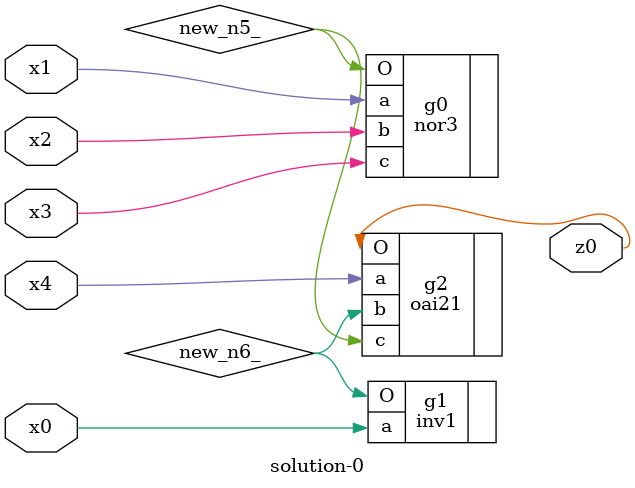
<source format=v>
module \solution-0 (
  x0, x1, x2, x3, x4,
  z0 );
  input x0, x1, x2, x3, x4;
  output z0;
  wire new_n5_, new_n6_;
  nor3  g0(.a(x1), .b(x2), .c(x3), .O(new_n5_));
  inv1  g1(.a(x0), .O(new_n6_));
  oai21  g2(.a(x4), .b(new_n6_), .c(new_n5_), .O(z0));
endmodule

</source>
